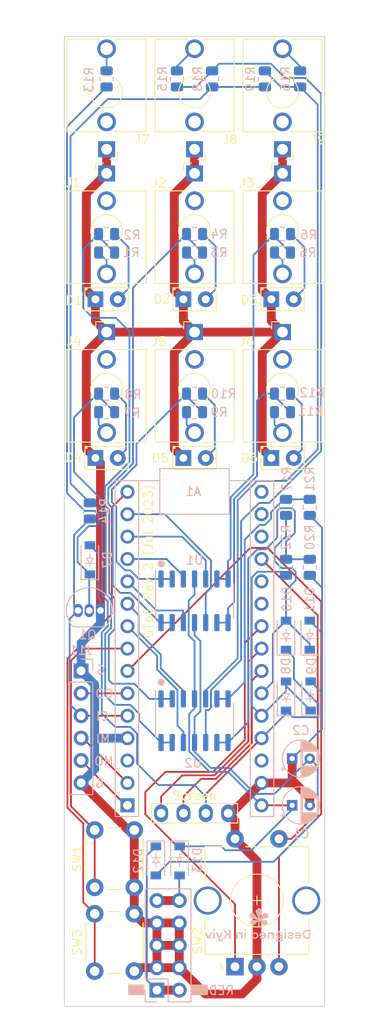
<source format=kicad_pcb>
(kicad_pcb (version 20211014) (generator pcbnew)

  (general
    (thickness 1.6)
  )

  (paper "A4")
  (layers
    (0 "F.Cu" signal)
    (31 "B.Cu" signal)
    (32 "B.Adhes" user "B.Adhesive")
    (33 "F.Adhes" user "F.Adhesive")
    (34 "B.Paste" user)
    (35 "F.Paste" user)
    (36 "B.SilkS" user "B.Silkscreen")
    (37 "F.SilkS" user "F.Silkscreen")
    (38 "B.Mask" user)
    (39 "F.Mask" user)
    (40 "Dwgs.User" user "User.Drawings")
    (41 "Cmts.User" user "User.Comments")
    (42 "Eco1.User" user "User.Eco1")
    (43 "Eco2.User" user "User.Eco2")
    (44 "Edge.Cuts" user)
    (45 "Margin" user)
    (46 "B.CrtYd" user "B.Courtyard")
    (47 "F.CrtYd" user "F.Courtyard")
    (48 "B.Fab" user)
    (49 "F.Fab" user)
    (50 "User.1" user)
    (51 "User.2" user)
    (52 "User.3" user)
    (53 "User.4" user)
    (54 "User.5" user)
    (55 "User.6" user)
    (56 "User.7" user)
    (57 "User.8" user)
    (58 "User.9" user)
  )

  (setup
    (stackup
      (layer "F.SilkS" (type "Top Silk Screen"))
      (layer "F.Paste" (type "Top Solder Paste"))
      (layer "F.Mask" (type "Top Solder Mask") (thickness 0.01))
      (layer "F.Cu" (type "copper") (thickness 0.035))
      (layer "dielectric 1" (type "core") (thickness 1.51) (material "FR4") (epsilon_r 4.5) (loss_tangent 0.02))
      (layer "B.Cu" (type "copper") (thickness 0.035))
      (layer "B.Mask" (type "Bottom Solder Mask") (thickness 0.01))
      (layer "B.Paste" (type "Bottom Solder Paste"))
      (layer "B.SilkS" (type "Bottom Silk Screen"))
      (copper_finish "None")
      (dielectric_constraints no)
    )
    (pad_to_mask_clearance 0)
    (aux_axis_origin 100 40)
    (pcbplotparams
      (layerselection 0x00010f0_ffffffff)
      (disableapertmacros false)
      (usegerberextensions false)
      (usegerberattributes true)
      (usegerberadvancedattributes true)
      (creategerberjobfile true)
      (svguseinch false)
      (svgprecision 6)
      (excludeedgelayer true)
      (plotframeref false)
      (viasonmask false)
      (mode 1)
      (useauxorigin false)
      (hpglpennumber 1)
      (hpglpenspeed 20)
      (hpglpendiameter 15.000000)
      (dxfpolygonmode true)
      (dxfimperialunits true)
      (dxfusepcbnewfont true)
      (psnegative false)
      (psa4output false)
      (plotreference true)
      (plotvalue true)
      (plotinvisibletext false)
      (sketchpadsonfab false)
      (subtractmaskfromsilk false)
      (outputformat 1)
      (mirror false)
      (drillshape 0)
      (scaleselection 1)
      (outputdirectory "Gerbers/")
    )
  )

  (net 0 "")
  (net 1 "Serial Out")
  (net 2 "Serial In")
  (net 3 "unconnected-(A1-Pad3)")
  (net 4 "GND")
  (net 5 "DIGITAL INPUT")
  (net 6 "ENC_D2")
  (net 7 "ENC_D1")
  (net 8 "Channel 1")
  (net 9 "Channel 3")
  (net 10 "Channel 4")
  (net 11 "Channel 6")
  (net 12 "START STOP BTN")
  (net 13 "SHIFT BTN")
  (net 14 "24ppqn OUT")
  (net 15 "unconnected-(A1-Pad17)")
  (net 16 "unconnected-(A1-Pad18)")
  (net 17 "unconnected-(A1-Pad20)")
  (net 18 "unconnected-(A1-Pad21)")
  (net 19 "ENC_BTN")
  (net 20 "I2C SDA")
  (net 21 "I2C SCL")
  (net 22 "+5V")
  (net 23 "unconnected-(A1-Pad28)")
  (net 24 "+12V")
  (net 25 "Net-(D1-Pad2)")
  (net 26 "Net-(D2-Pad2)")
  (net 27 "Net-(D3-Pad2)")
  (net 28 "Net-(D4-Pad2)")
  (net 29 "Net-(D5-Pad2)")
  (net 30 "Net-(D6-Pad2)")
  (net 31 "Net-(D7-Pad1)")
  (net 32 "Net-(J1-PadT)")
  (net 33 "unconnected-(J1-PadTN)")
  (net 34 "Net-(J2-PadT)")
  (net 35 "unconnected-(J2-PadTN)")
  (net 36 "Net-(J3-PadT)")
  (net 37 "unconnected-(J3-PadTN)")
  (net 38 "Net-(J4-PadT)")
  (net 39 "unconnected-(J4-PadTN)")
  (net 40 "Net-(J5-PadT)")
  (net 41 "unconnected-(J5-PadTN)")
  (net 42 "Net-(J6-PadT)")
  (net 43 "unconnected-(J6-PadTN)")
  (net 44 "Net-(J7-PadT)")
  (net 45 "unconnected-(J7-PadTN)")
  (net 46 "Net-(J8-PadT)")
  (net 47 "unconnected-(J8-PadTN)")
  (net 48 "Net-(J9-PadT)")
  (net 49 "unconnected-(J9-PadTN)")
  (net 50 "CV2 INPUT")
  (net 51 "-12V")
  (net 52 "CV1 INPUT")
  (net 53 "unconnected-(A1-Pad16)")
  (net 54 "Net-(D12-Pad1)")
  (net 55 "Net-(D13-Pad2)")
  (net 56 "Net-(R1-Pad1)")
  (net 57 "Net-(R3-Pad1)")
  (net 58 "Net-(R5-Pad1)")
  (net 59 "Net-(R7-Pad1)")
  (net 60 "Net-(R10-Pad2)")
  (net 61 "Net-(R11-Pad1)")
  (net 62 "Net-(R17-Pad2)")
  (net 63 "Net-(R15-Pad2)")
  (net 64 "Net-(R16-Pad2)")
  (net 65 "Net-(R20-Pad1)")
  (net 66 "Channel 2")
  (net 67 "Channel 5")

  (footprint "gtoe:thonkiconn" (layer "F.Cu") (at 124.8 46.3 180))

  (footprint "gtoe:button" (layer "F.Cu") (at 105.7 142.75 90))

  (footprint "gtoe:FlatTopLed" (layer "F.Cu") (at 114.8 87.8))

  (footprint "gtoe:thonkiconn" (layer "F.Cu") (at 114.8 62))

  (footprint "gtoe:I2C SSD1306" (layer "F.Cu") (at 114.8 115.6 180))

  (footprint "gtoe:thonkiconn" (layer "F.Cu") (at 114.8 80))

  (footprint "gtoe:FlatTopLed" (layer "F.Cu") (at 104.8 87.8))

  (footprint "gtoe:FlatTopLed" (layer "F.Cu") (at 124.8 69.8))

  (footprint "gtoe:thonkiconn" (layer "F.Cu") (at 124.8 62))

  (footprint "gtoe:FlatTopLed" (layer "F.Cu") (at 114.8 69.8))

  (footprint "gtoe:SwitchEncoder" (layer "F.Cu") (at 121.9 138 90))

  (footprint "gtoe:thonkiconn" (layer "F.Cu") (at 114.8 46.3 180))

  (footprint "gtoe:thonkiconn" (layer "F.Cu") (at 124.8 80))

  (footprint "gtoe:thonkiconn" (layer "F.Cu") (at 104.8 62))

  (footprint "gtoe:FlatTopLed" (layer "F.Cu") (at 124.8 87.8))

  (footprint "gtoe:FlatTopLed" (layer "F.Cu") (at 104.8 69.8))

  (footprint "gtoe:thonkiconn" (layer "F.Cu") (at 104.8 80))

  (footprint "gtoe:thonkiconn" (layer "F.Cu") (at 104.8 46.3 180))

  (footprint "gtoe:button" (layer "F.Cu") (at 105.7 133.25 90))

  (footprint "Diode_SMD:D_SOD-123" (layer "B.Cu") (at 113.1 133.5 -90))

  (footprint "Resistor_SMD:R_0805_2012Metric" (layer "B.Cu") (at 122.8 44.8 -90))

  (footprint "Capacitor_THT:CP_Radial_D4.0mm_P2.00mm" (layer "B.Cu") (at 125.9 127.2))

  (footprint "Diode_SMD:D_SOD-123" (layer "B.Cu") (at 128 114.8 90))

  (footprint "Diode_SMD:D_SOD-123" (layer "B.Cu") (at 127.9 107.9 90))

  (footprint "Resistor_SMD:R_0805_2012Metric" (layer "B.Cu") (at 114.8 82.6 180))

  (footprint "Diode_SMD:D_SOD-123" (layer "B.Cu") (at 110.4 133.5 -90))

  (footprint "Resistor_SMD:R_0805_2012Metric" (layer "B.Cu") (at 114.8 64.5 180))

  (footprint "Package_SO:SO-14_3.9x8.65mm_P1.27mm" (layer "B.Cu") (at 114.8 117.6 -90))

  (footprint "gtoe:Arduino_Nano (adjusted courtyard)" (layer "B.Cu") (at 114.8 112))

  (footprint "Resistor_SMD:R_0805_2012Metric" (layer "B.Cu") (at 104.8 44.8 -90))

  (footprint "Resistor_SMD:R_0805_2012Metric" (layer "B.Cu") (at 104.8 82.6 180))

  (footprint "Resistor_SMD:R_0805_2012Metric" (layer "B.Cu") (at 124.8 80.5 180))

  (footprint "Resistor_SMD:R_0805_2012Metric" (layer "B.Cu") (at 114.8 80.5 180))

  (footprint "Resistor_SMD:R_0805_2012Metric" (layer "B.Cu") (at 102.9 93.8 90))

  (footprint "Resistor_SMD:R_0805_2012Metric" (layer "B.Cu") (at 125.2 100.2 90))

  (footprint "Resistor_SMD:R_0805_2012Metric" (layer "B.Cu") (at 116.8 44.8 -90))

  (footprint "Connector_PinHeader_2.54mm:PinHeader_1x06_P2.54mm_Vertical" (layer "B.Cu") (at 101.9 111.95 180))

  (footprint "Resistor_SMD:R_0805_2012Metric" (layer "B.Cu") (at 104.8 62.4 180))

  (footprint "Resistor_SMD:R_0805_2012Metric" (layer "B.Cu") (at 124.8 64.5 180))

  (footprint "Resistor_SMD:R_0805_2012Metric" (layer "B.Cu") (at 124.8 82.6 180))

  (footprint "Resistor_SMD:R_0805_2012Metric" (layer "B.Cu") (at 127.9 100.2 -90))

  (footprint "Capacitor_THT:CP_Radial_D4.0mm_P2.00mm" (layer "B.Cu")
    (tedit 5AE50EF0) (tstamp 92d2b063-112e-4f9c-9bb4-b431b473765a)
    (at 125.9 121.9)
    (descr "CP, Radial series, Radial, pin pitch=2.00mm, , diameter=4mm, Electrolytic Capacitor")
    (tags "CP Radial series Radial pin pitch 2.00mm  diameter 4mm Electrolytic Capacitor")
    (property "Sheetfile" "gtoe.kicad_sch")
    (property "Sheetname" "")
    (path "/87c70d75-b506-468f-8e8e-9bbc54fba500")
    (attr through_hole)
    (fp_text reference "C2" (at 1 -3.2) (layer "B.SilkS")
      (effects (font (size 1 1) (thickness 0.15)) (justify mirror))
      (tstamp dc54d08b-e603-4f3e-b50b-783645b2664c)
    )
    (fp_text value "10uF" (at 1 -3.25) (layer "B.Fab")
      (effects (font (size 1 1) (thickness 0.15)) (justify mirror))
      (tstamp e1ac3c69-be49-4a9c-9389-7c357cf25214)
    )
    (fp_text user "${REFERENCE}" (at 1 0) (layer "B.Fab")
      (effects (font (size 0.8 0.8) (thickness 0.12)) (justify mirror))
      (tstamp db2c95dc-a7ee-4f40-8dfd-74d9caf2e1af)
    )
    (fp_line (start 1.841 1.907) (end 1.841 0.84) (layer "B.SilkS") (width 0.12) (tstamp 001241f2-19e4-4175-a4fb-6c9fbc166f7e))
    (fp_line (start 1.721 1.954) (end 1.721 0.84) (layer "B.SilkS") (width 0.12) (tstamp 0965e432-ff66-41c9-b521-40e33cfa3e7c))
    (fp_line (start 2.521 -0.84) (end 2.521 -1.438) (layer "B.SilkS") (width 0.12) (tstamp 0a3b4109-42d6-4af2-bc6d-fca35363395f))
    (fp_line (start 1.2 2.071) (end 1.2 0.84) (layer "B.SilkS") (width 0.12) (tstamp 0af6b790-08b6-490f-b1d8-c7c5381217f4))
    (fp_line (start 1.841 -0.84) (end 1.841 -1.907) (layer "B.SilkS") (width 0.12) (tstamp 0e1204b9-6991-4231-8620-de0b9c29d9cd))
    (fp_line (start 2.161 -0.84) (end 2.161 -1.735) (layer "B.SilkS") (width 0.12) (tstamp 0fdfe7d9-2fe1-42e4-a5b9-034ba5ff7d47))
    (fp_line (start 1.4 2.042) (end 1.4 0.84) (layer "B.SilkS") (width 0.12) (tstamp 11bfd39d-2884-4c8c-84d6-684ed73f9168))
    (fp_line (start 1.68 -0.84) (end 1.68 -1.968) (layer "B.SilkS") (width 0.12) (tstamp 13397254-d61a-4147-87fb-c6828248d5ba))
    (fp_line (start 1.6 1.994) (end 1.6 0.84) (layer "B.SilkS") (width 0.12) (tstamp 16b27dac-9cc6-4d22-a269-c9760c193f15))
    (fp_line (start 2.241 1.68) (end 2.241 0.84) (layer "B.SilkS") (width 0.12) (tstamp 17cd7caa-5458-43ab-8335-846c939e1ba5))
    (fp_line (start 1.12 2.077) (end 1.12 -2.077) (layer "B.SilkS") (width 0.12) (tstamp 18dfd2fb-092c-4412-96c9-be93ae0aef15))
    (fp_line (start 1.04 2.08) (end 1.04 -2.08) (layer "B.SilkS") (width 0.12) (tstamp 18ee8269-d8c5-47da-bf49-377e33b08149))
    (fp_line (start 2.441 -0.84) (end 2.441 -1.516) (layer "B.SilkS") (width 0.12) (tstamp 19178823-95c7-434d-8879-824b04683058))
    (fp_line (start 1.36 -0.84) (end 1.36 -2.05) (layer "B.SilkS") (width 0.12) (tstamp 1ffe666d-fff3-4ed1-9f09-5cd80a608ffc))
    (fp_line (start 2.321 -0.84) (end 2.321 -1.619) (layer "B.SilkS") (width 0.12) (tstamp 202fe87f-af58-4146-b9bd-6cb4f077cdf3))
    (fp_line (start -1.069801 1.395) (end -1.069801 0.995) (layer "B.SilkS") (width 0.12) (tstamp 24863ca5-ae97-473f-b04c-fcb4630284cd))
    (fp_line (start 1.881 -0.84) (end 1.881 -1.889) (layer "B.SilkS") (width 0.12) (tstamp 267603b6-60c8-4ece-ad02-c8fad8490639))
    (fp_line (start 2.601 1.351) (end 2.601 0.84) (layer "B.SilkS") (width 0.12) (tstamp 2989862e-5f79-4aa9-8693-da59ee952045))
    (fp_line (start 1.44 2.034) (end 1.44 0.84) (layer "B.SilkS") (width 0.12) (tstamp 2c0791ea-51cf-488c-a444-893f214693a2))
    (fp_line (start 2.041 1.808) (end 2.041 0.84) (layer "B.SilkS") (width 0.12) (tstamp 322af50b-cf4b-4fd5-9870-8446bd760035))
    (fp_line (start 2.281 -0.84) (end 2.281 -1.65) (layer "B.SilkS") (width 0.12) (tstamp 33fa8e12-cb97-4d5b-9fff-25722016799e))
    (fp_line (start 2.801 1.08) (end 2.801 0.84) (layer "B.SilkS") (width 0.12) (tstamp 3506a90c-fe32-4bb0-a792-96fd1b319551))
    (fp_line (start 2.041 -0.84) (end 2.041 -1.808) (layer "B.SilkS") (width 0.12) (tstamp 38911cb9-a508-4476-aaf2-83ee2e910ac5))
    (fp_line (start 2.641 -0.84) (end 2.641 -1.304) (layer "B.SilkS") (width 0.12) (tstamp 3b70e20f-0db8-4aec-8275-28eeb05a7854))
    (fp_line (start 1.28 2.062) (end 1.28 0.84) (layer "B.SilkS") (width 0.12) (tstamp 4124bec1-8807-4ca3-a72c-6e15b569bd95))
    (fp_line (start 1.64 -0.84) (end 1.64 -1.982) (layer "B.SilkS") (width 0.12) (tstamp 41357696-82dc-402a-9a04-7052d38a36d5))
    (fp_line (start 2.081 1.785) (end 2.081 0.84) (layer "B.SilkS") (width 0.12) (tstamp 48bceacb-bc04-4eb9-a63c-6f896186b75a))
    (fp_line (start 2.401 -0.84) (end 2.401 -1.552) (layer "B.SilkS") (width 0.12) (tstamp 51a7610a-6aba-4f31-8bfa-cbfa7c925c6c))
    (fp_line (start 2.361 1.587) (end 2.361 0.84) (layer "B.SilkS") (width 0.12) (tstamp 524f8ec4-3cbf-4c2b-b96c-5022da9167bc))
    (fp_line (start 1.24 2.067) (end 1.24 0.84) (layer "B.SilkS") (width 0.12) (tstamp 53b2b101-e409-4637-92cc-e2f24b8b1aad))
    (fp_line (start 2.001 1.83) (end 2.001 0.84) (layer "B.SilkS") (width 0.12) (tstamp 5488e5c2-37dc-49bc-9432-71cedb2851c3))
    (fp_line (start 2.281 1.65) (end 2.281 0.84) (layer "B.SilkS") (width 0.12) (tstamp 55a85213-df35-4d43-bf81-94e47cef6dad))
    (fp_line (start 1.64 1.982) (end 1.64 0.84) (layer "B.SilkS") (width 0.12) (tstamp 56cd711d-35db-463d-9254-2f67aa5f5634))
    (fp_line (start 1.52 2.016) (end 1.52 0.84) (layer "B.SilkS") (width 0.12) (tstamp 59eddaef-938c-463e-8eb6-28623d37009d))
    (fp_line (start 1.801 1.924) (end 1.801 0.84) (layer "B.SilkS") (width 0.12) (tstamp 5e2f85b3-e82a-4c96-87c7-077a55a77524))
    (fp_line (start 2.601 -0.84) (end 2.601 -1.351) (layer "B.SilkS") (width 0.12) (tstamp 65b677fb-0466-4c17-8cea-4f3a7161fed6))
    (fp_line (start 2.361 -0.84) (end 2.361 -1.587) (layer "B.SilkS") (width 0.12) (tstamp 6b735b9b-d839-4c00-b02b-461b9c764900))
    (fp_line (start
... [234543 chars truncated]
</source>
